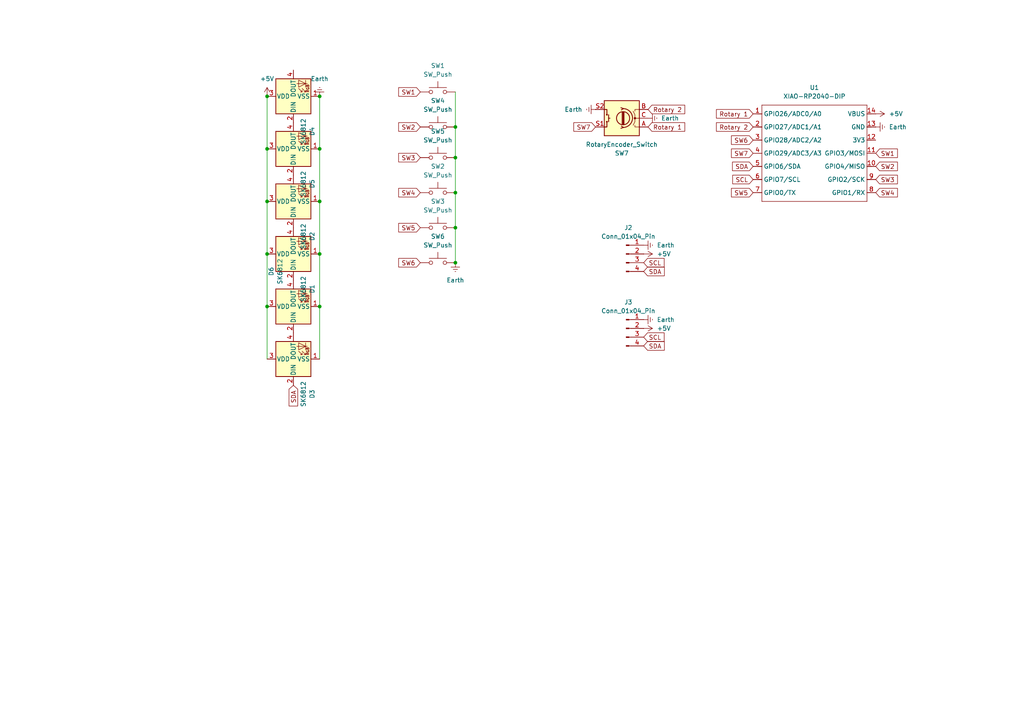
<source format=kicad_sch>
(kicad_sch (version 20250114) (generator "eeschema") (generator_version "9.0")
  (paper "A4")
  (lib_symbols
    (symbol "Connector:Conn_01x04_Pin" (pin_names (offset 1.016) (hide yes))
      (property "Reference" "J" (at 0 5.08 0))
      (property "Value" "Conn_01x04_Pin" (at 0 -7.62 0))
      (symbol "Conn_01x04_Pin_1_1"
        (rectangle (start 0.8636 2.667) (end 0 2.413) (stroke (width 0.1524)) (fill (type outline)))
        (rectangle (start 0.8636 0.127) (end 0 -0.127) (stroke (width 0.1524)) (fill (type outline)))
        (rectangle (start 0.8636 -2.413) (end 0 -2.667) (stroke (width 0.1524)) (fill (type outline)))
        (rectangle (start 0.8636 -4.953) (end 0 -5.207) (stroke (width 0.1524)) (fill (type outline)))
        (polyline (pts (xy 1.27 2.54) (xy 0.8636 2.54)) (stroke (width 0.1524)))
        (polyline (pts (xy 1.27 0) (xy 0.8636 0)) (stroke (width 0.1524)))
        (polyline (pts (xy 1.27 -2.54) (xy 0.8636 -2.54)) (stroke (width 0.1524)))
        (polyline (pts (xy 1.27 -5.08) (xy 0.8636 -5.08)) (stroke (width 0.1524)))
        (pin passive line (at 5.08 2.54 180) (length 3.81) (name "Pin_1") (number "1"))
        (pin passive line (at 5.08 0 180) (length 3.81) (name "Pin_2") (number "2"))
        (pin passive line (at 5.08 -2.54 180) (length 3.81) (name "Pin_3") (number "3"))
        (pin passive line (at 5.08 -5.08 180) (length 3.81) (name "Pin_4") (number "4"))
      )
    )
    (symbol "Device:RotaryEncoder_Switch" (pin_names (offset 0.254) (hide yes))
      (property "Reference" "SW" (at 0 6.604 0))
      (property "Value" "RotaryEncoder_Switch" (at 0 -6.604 0))
      (symbol "RotaryEncoder_Switch_0_1"
        (rectangle (start -5.08 5.08) (end 5.08 -5.08) (stroke (width 0.254)) (fill (type background)))
        (polyline (pts (xy -5.08 2.54) (xy -3.81 2.54) (xy -3.81 2.032)))
        (polyline (pts (xy -5.08 0) (xy -3.81 0) (xy -3.81 -1.016) (xy -3.302 -2.032)))
        (polyline (pts (xy -5.08 -2.54) (xy -3.81 -2.54) (xy -3.81 -2.032)))
        (polyline (pts (xy -4.318 0) (xy -3.81 0) (xy -3.81 1.016) (xy -3.302 2.032)))
        (circle (center -3.81 0) (radius 0.254) (fill (type outline)))
        (polyline (pts (xy -0.635 -1.778) (xy -0.635 1.778)) (stroke (width 0.254)))
        (circle (center -0.381 0) (radius 1.905) (stroke (width 0.254)))
        (polyline (pts (xy -0.381 -1.778) (xy -0.381 1.778)) (stroke (width 0.254)))
        (arc (start -0.381 -2.794) (mid -3.0988 -0.0635) (end -0.381 2.667) (stroke (width 0.254)))
        (polyline (pts (xy -0.127 1.778) (xy -0.127 -1.778)) (stroke (width 0.254)))
        (polyline (pts (xy 0.254 2.921) (xy -0.508 2.667) (xy 0.127 2.286)) (stroke (width 0.254)))
        (polyline (pts (xy 0.254 -3.048) (xy -0.508 -2.794) (xy 0.127 -2.413)) (stroke (width 0.254)))
        (polyline (pts (xy 3.81 1.016) (xy 3.81 -1.016)) (stroke (width 0.254)))
        (polyline (pts (xy 3.81 0) (xy 3.429 0)) (stroke (width 0.254)))
        (circle (center 4.318 1.016) (radius 0.127) (stroke (width 0.254)))
        (circle (center 4.318 -1.016) (radius 0.127) (stroke (width 0.254)))
        (polyline (pts (xy 5.08 2.54) (xy 4.318 2.54) (xy 4.318 1.016)) (stroke (width 0.254)))
        (polyline (pts (xy 5.08 -2.54) (xy 4.318 -2.54) (xy 4.318 -1.016)) (stroke (width 0.254)))
      )
      (symbol "RotaryEncoder_Switch_1_1"
        (pin passive line (at -7.62 2.54 0) (length 2.54) (name "A") (number "A"))
        (pin passive line (at -7.62 0 0) (length 2.54) (name "C") (number "C"))
        (pin passive line (at -7.62 -2.54 0) (length 2.54) (name "B") (number "B"))
        (pin passive line (at 7.62 2.54 180) (length 2.54) (name "S1") (number "S1"))
        (pin passive line (at 7.62 -2.54 180) (length 2.54) (name "S2") (number "S2"))
      )
    )
    (symbol "LED:SK6812" (pin_names (offset 0.254))
      (property "Reference" "D" (at 5.08 5.715 0))
      (property "Value" "SK6812" (at 1.27 -5.715 0))
      (symbol "SK6812_0_0"
        (text "RGB" (at 2.286 -4.191 0) (effects (font (size 0.762 0.762))))
      )
      (symbol "SK6812_0_1"
        (polyline (pts (xy 1.27 -2.54) (xy 1.778 -2.54)))
        (polyline (pts (xy 1.27 -3.556) (xy 1.778 -3.556)))
        (polyline (pts (xy 2.286 -1.524) (xy 1.27 -2.54) (xy 1.27 -2.032)))
        (polyline (pts (xy 2.286 -2.54) (xy 1.27 -3.556) (xy 1.27 -3.048)))
        (polyline (pts (xy 3.683 -1.016) (xy 3.683 -3.556) (xy 3.683 -4.064)))
        (polyline (pts (xy 4.699 -1.524) (xy 2.667 -1.524) (xy 3.683 -3.556) (xy 4.699 -1.524)))
        (polyline (pts (xy 4.699 -3.556) (xy 2.667 -3.556)))
        (rectangle (start 5.08 5.08) (end -5.08 -5.08) (stroke (width 0.254)) (fill (type background)))
      )
      (symbol "SK6812_1_1"
        (pin input line (at -7.62 0 0) (length 2.54) (name "DIN") (number "2"))
        (pin power_in line (at 0 7.62 270) (length 2.54) (name "VDD") (number "3"))
        (pin power_in line (at 0 -7.62 90) (length 2.54) (name "VSS") (number "1"))
        (pin output line (at 7.62 0 180) (length 2.54) (name "DOUT") (number "4"))
      )
    )
    (symbol "OPL:XIAO-RP2040-DIP"
      (property "Reference" "U" (at 0 0 0))
      (property "Value" "XIAO-RP2040-DIP" (at 5.334 -1.778 0))
      (symbol "XIAO-RP2040-DIP_1_0"
        (polyline (pts (xy -1.27 -2.54) (xy 29.21 -2.54)) (stroke (width 0.1524)))
        (polyline (pts (xy -1.27 -5.08) (xy -2.54 -5.08)) (stroke (width 0.1524)))
        (polyline (pts (xy -1.27 -5.08) (xy -1.27 -2.54)) (stroke (width 0.1524)))
        (polyline (pts (xy -1.27 -8.89) (xy -2.54 -8.89)) (stroke (width 0.1524)))
        (polyline (pts (xy -1.27 -8.89) (xy -1.27 -5.08)) (stroke (width 0.1524)))
        (polyline (pts (xy -1.27 -12.7) (xy -2.54 -12.7)) (stroke (width 0.1524)))
        (polyline (pts (xy -1.27 -12.7) (xy -1.27 -8.89)) (stroke (width 0.1524)))
        (polyline (pts (xy -1.27 -16.51) (xy -2.54 -16.51)) (stroke (width 0.1524)))
        (polyline (pts (xy -1.27 -16.51) (xy -1.27 -12.7)) (stroke (width 0.1524)))
        (polyline (pts (xy -1.27 -20.32) (xy -2.54 -20.32)) (stroke (width 0.1524)))
        (polyline (pts (xy -1.27 -24.13) (xy -2.54 -24.13)) (stroke (width 0.1524)))
        (polyline (pts (xy -1.27 -27.94) (xy -2.54 -27.94)) (stroke (width 0.1524)))
        (polyline (pts (xy -1.27 -30.48) (xy -1.27 -16.51)) (stroke (width 0.1524)))
        (polyline (pts (xy 29.21 -2.54) (xy 29.21 -5.08)) (stroke (width 0.1524)))
        (polyline (pts (xy 29.21 -5.08) (xy 29.21 -8.89)) (stroke (width 0.1524)))
        (polyline (pts (xy 29.21 -8.89) (xy 29.21 -12.7)) (stroke (width 0.1524)))
        (polyline (pts (xy 29.21 -12.7) (xy 29.21 -30.48)) (stroke (width 0.1524)))
        (polyline (pts (xy 29.21 -30.48) (xy -1.27 -30.48)) (stroke (width 0.1524)))
        (polyline (pts (xy 30.48 -5.08) (xy 29.21 -5.08)) (stroke (width 0.1524)))
        (polyline (pts (xy 30.48 -8.89) (xy 29.21 -8.89)) (stroke (width 0.1524)))
        (polyline (pts (xy 30.48 -12.7) (xy 29.21 -12.7)) (stroke (width 0.1524)))
        (polyline (pts (xy 30.48 -16.51) (xy 29.21 -16.51)) (stroke (width 0.1524)))
        (polyline (pts (xy 30.48 -20.32) (xy 29.21 -20.32)) (stroke (width 0.1524)))
        (polyline (pts (xy 30.48 -24.13) (xy 29.21 -24.13)) (stroke (width 0.1524)))
        (polyline (pts (xy 30.48 -27.94) (xy 29.21 -27.94)) (stroke (width 0.1524)))
        (pin passive line (at -3.81 -5.08 0) (length 2.54) (name "GPIO26/ADC0/A0") (number "1"))
        (pin passive line (at -3.81 -8.89 0) (length 2.54) (name "GPIO27/ADC1/A1") (number "2"))
        (pin passive line (at -3.81 -12.7 0) (length 2.54) (name "GPIO28/ADC2/A2") (number "3"))
        (pin passive line (at -3.81 -16.51 0) (length 2.54) (name "GPIO29/ADC3/A3") (number "4"))
        (pin passive line (at -3.81 -20.32 0) (length 2.54) (name "GPIO6/SDA") (number "5"))
        (pin passive line (at -3.81 -24.13 0) (length 2.54) (name "GPIO7/SCL") (number "6"))
        (pin passive line (at -3.81 -27.94 0) (length 2.54) (name "GPIO0/TX") (number "7"))
        (pin passive line (at 31.75 -5.08 180) (length 2.54) (name "VBUS") (number "14"))
        (pin passive line (at 31.75 -8.89 180) (length 2.54) (name "GND") (number "13"))
        (pin passive line (at 31.75 -12.7 180) (length 2.54) (name "3V3") (number "12"))
        (pin passive line (at 31.75 -16.51 180) (length 2.54) (name "GPIO3/MOSI") (number "11"))
        (pin passive line (at 31.75 -20.32 180) (length 2.54) (name "GPIO4/MISO") (number "10"))
        (pin passive line (at 31.75 -24.13 180) (length 2.54) (name "GPIO2/SCK") (number "9"))
        (pin passive line (at 31.75 -27.94 180) (length 2.54) (name "GPIO1/RX") (number "8"))
      )
    )
    (symbol "Switch:SW_Push" (pin_numbers (hide yes)) (pin_names (offset 1.016) (hide yes))
      (property "Reference" "SW" (at 1.27 2.54 0))
      (property "Value" "SW_Push" (at 0 -1.524 0))
      (symbol "SW_Push_0_1"
        (circle (center -2.032 0) (radius 0.508))
        (polyline (pts (xy 0 1.27) (xy 0 3.048)))
        (circle (center 2.032 0) (radius 0.508))
        (polyline (pts (xy 2.54 1.27) (xy -2.54 1.27)))
        (pin passive line (at -5.08 0 0) (length 2.54) (name "1") (number "1"))
        (pin passive line (at 5.08 0 180) (length 2.54) (name "2") (number "2"))
      )
    )
    (symbol "power:+5V" (power) (pin_numbers (hide yes)) (pin_names (offset 0) (hide yes))
      (property "Value" "+5V" (at 0 3.556 0))
      (symbol "+5V_0_1"
        (polyline (pts (xy -0.762 1.27) (xy 0 2.54)))
        (polyline (pts (xy 0 2.54) (xy 0.762 1.27)))
        (polyline (pts (xy 0 0) (xy 0 2.54)))
      )
      (symbol "+5V_1_1"
        (pin power_in line (at 0 0 90) (length 0) (name "~") (number "1"))
      )
    )
    (symbol "power:Earth" (power) (pin_numbers (hide yes)) (pin_names (offset 0) (hide yes))
      (property "Value" "Earth" (at 0 -3.81 0))
      (symbol "Earth_0_1"
        (polyline (pts (xy -0.635 -1.905) (xy 0.635 -1.905)))
        (polyline (pts (xy -0.127 -2.54) (xy 0.127 -2.54)))
        (polyline (pts (xy 0 -1.27) (xy 0 0)))
        (polyline (pts (xy 1.27 -1.27) (xy -1.27 -1.27)))
      )
      (symbol "Earth_1_1"
        (pin power_in line (at 0 0 270) (length 0) (name "~") (number "1"))
      )
    )
  )
  (junction (at 132.08 45.72))
  (junction (at 92.71 58.42))
  (junction (at 92.71 73.66))
  (junction (at 77.47 58.42))
  (junction (at 92.71 43.18))
  (junction (at 132.08 76.2))
  (junction (at 132.08 66.04))
  (junction (at 77.47 27.94))
  (junction (at 92.71 27.94))
  (junction (at 132.08 36.83))
  (junction (at 132.08 55.88))
  (junction (at 77.47 88.9))
  (junction (at 77.47 43.18))
  (junction (at 92.71 88.9))
  (junction (at 77.47 73.66))
  (wire (pts (xy 77.47 88.9) (xy 77.47 104.14)))
  (wire (pts (xy 92.71 88.9) (xy 92.71 104.14)))
  (wire (pts (xy 92.71 73.66) (xy 92.71 88.9)))
  (wire (pts (xy 132.08 26.67) (xy 132.08 36.83)))
  (wire (pts (xy 77.47 58.42) (xy 77.47 73.66)))
  (wire (pts (xy 92.71 43.18) (xy 92.71 58.42)))
  (wire (pts (xy 92.71 58.42) (xy 92.71 73.66)))
  (wire (pts (xy 77.47 27.94) (xy 77.47 43.18)))
  (wire (pts (xy 77.47 73.66) (xy 77.47 88.9)))
  (wire (pts (xy 77.47 43.18) (xy 77.47 58.42)))
  (wire (pts (xy 132.08 55.88) (xy 132.08 66.04)))
  (wire (pts (xy 132.08 45.72) (xy 132.08 55.88)))
  (wire (pts (xy 132.08 36.83) (xy 132.08 45.72)))
  (wire (pts (xy 132.08 66.04) (xy 132.08 76.2)))
  (wire (pts (xy 92.71 27.94) (xy 92.71 43.18)))
  (global_label "SW3" (shape input) (at 254 52.07 0) (property "Intersheetrefs" "${INTERSHEET_REFS}" (effects (hide yes))))
  (global_label "Rotary 2" (shape input) (at 187.96 31.75 0) (property "Intersheetrefs" "${INTERSHEET_REFS}" (effects (hide yes))))
  (global_label "SCL" (shape input) (at 186.69 76.2 0) (property "Intersheetrefs" "${INTERSHEET_REFS}" (effects (hide yes))))
  (global_label "SW1" (shape input) (at 121.92 26.67 180) (property "Intersheetrefs" "${INTERSHEET_REFS}" (effects (hide yes))))
  (global_label "SDA" (shape input) (at 186.69 78.74 0) (property "Intersheetrefs" "${INTERSHEET_REFS}" (effects (hide yes))))
  (global_label "SW5" (shape input) (at 218.44 55.88 180) (property "Intersheetrefs" "${INTERSHEET_REFS}" (effects (hide yes))))
  (global_label "SCL" (shape input) (at 218.44 52.07 180) (property "Intersheetrefs" "${INTERSHEET_REFS}" (effects (hide yes))))
  (global_label "SDA" (shape input) (at 218.44 48.26 180) (property "Intersheetrefs" "${INTERSHEET_REFS}" (effects (hide yes))))
  (global_label "SW7" (shape input) (at 218.44 44.45 180) (property "Intersheetrefs" "${INTERSHEET_REFS}" (effects (hide yes))))
  (global_label "SW6" (shape input) (at 121.92 76.2 180) (property "Intersheetrefs" "${INTERSHEET_REFS}" (effects (hide yes))))
  (global_label "SW1" (shape input) (at 254 44.45 0) (property "Intersheetrefs" "${INTERSHEET_REFS}" (effects (hide yes))))
  (global_label "SDA" (shape input) (at 85.09 111.76 270) (property "Intersheetrefs" "${INTERSHEET_REFS}" (effects (hide yes))))
  (global_label "SW4" (shape input) (at 254 55.88 0) (property "Intersheetrefs" "${INTERSHEET_REFS}" (effects (hide yes))))
  (global_label "SW3" (shape input) (at 121.92 45.72 180) (property "Intersheetrefs" "${INTERSHEET_REFS}" (effects (hide yes))))
  (global_label "Rotary 1" (shape input) (at 187.96 36.83 0) (property "Intersheetrefs" "${INTERSHEET_REFS}" (effects (hide yes))))
  (global_label "SW5" (shape input) (at 121.92 66.04 180) (property "Intersheetrefs" "${INTERSHEET_REFS}" (effects (hide yes))))
  (global_label "SW7" (shape input) (at 172.72 36.83 180) (property "Intersheetrefs" "${INTERSHEET_REFS}" (effects (hide yes))))
  (global_label "Rotary 1" (shape input) (at 218.44 33.02 180) (property "Intersheetrefs" "${INTERSHEET_REFS}" (effects (hide yes))))
  (global_label "SW4" (shape input) (at 121.92 55.88 180) (property "Intersheetrefs" "${INTERSHEET_REFS}" (effects (hide yes))))
  (global_label "Rotary 2" (shape input) (at 218.44 36.83 180) (property "Intersheetrefs" "${INTERSHEET_REFS}" (effects (hide yes))))
  (global_label "SDA" (shape input) (at 186.69 100.33 0) (property "Intersheetrefs" "${INTERSHEET_REFS}" (effects (hide yes))))
  (global_label "SW2" (shape input) (at 254 48.26 0) (property "Intersheetrefs" "${INTERSHEET_REFS}" (effects (hide yes))))
  (global_label "SCL" (shape input) (at 186.69 97.79 0) (property "Intersheetrefs" "${INTERSHEET_REFS}" (effects (hide yes))))
  (global_label "SW6" (shape input) (at 218.44 40.64 180) (property "Intersheetrefs" "${INTERSHEET_REFS}" (effects (hide yes))))
  (global_label "SW2" (shape input) (at 121.92 36.83 180) (property "Intersheetrefs" "${INTERSHEET_REFS}" (effects (hide yes))))
  (symbol (lib_id "power:Earth") (at 172.72 31.75 270) (unit 1)
    (property "Reference" "#PWR06" (effects (hide yes)))
    (property "Value" "Earth" (at 168.91 31.7499 90) (effects (justify right)))
    (property "Description" "Power symbol creates a global label with name \"Earth\"" (effects (hide yes)))
  )
  (symbol (lib_id "power:+5V") (at 254 33.02 270) (unit 1)
    (property "Reference" "#PWR03" (effects (hide yes)))
    (property "Value" "+5V" (at 257.81 33.0199 90) (effects (justify left)))
    (property "Description" "Power symbol creates a global label with name \"+5V\"" (effects (hide yes)))
  )
  (symbol (lib_id "LED:SK6812") (at 85.09 27.94 90) (unit 1)
    (property "Reference" "D4" (at 90.5354 38.1 0))
    (property "Value" "SK6812" (at 87.9954 38.1 0))
    (property "Footprint" "LED_SMD:LED_SK6812_PLCC4_5.0x5.0mm_P3.2mm" (effects (hide yes)))
    (property "Datasheet" "https://cdn-shop.adafruit.com/product-files/1138/SK6812+LED+datasheet+.pdf" (effects (hide yes)))
    (property "Description" "RGB LED with integrated controller" (effects (hide yes)))
  )
  (symbol (lib_id "power:Earth") (at 186.69 92.71 90) (unit 1)
    (property "Reference" "#PWR010" (effects (hide yes)))
    (property "Value" "Earth" (at 190.5 92.7099 90) (effects (justify right)))
    (property "Description" "Power symbol creates a global label with name \"Earth\"" (effects (hide yes)))
  )
  (symbol (lib_id "power:Earth") (at 186.69 71.12 90) (unit 1)
    (property "Reference" "#PWR09" (effects (hide yes)))
    (property "Value" "Earth" (at 190.5 71.1199 90) (effects (justify right)))
    (property "Description" "Power symbol creates a global label with name \"Earth\"" (effects (hide yes)))
  )
  (symbol (lib_id "Connector:Conn_01x04_Pin") (at 181.61 95.25 0) (unit 1)
    (property "Reference" "J3" (at 182.245 87.63 0))
    (property "Value" "Conn_01x04_Pin" (at 182.245 90.17 0))
    (property "Footprint" "Connector:NS-Tech_Grove_1x04_P2mm_Vertical" (effects (hide yes)))
    (property "Description" "Generic connector, single row, 01x04, script generated" (effects (hide yes)))
  )
  (symbol (lib_id "Switch:SW_Push") (at 127 66.04 0) (unit 1)
    (property "Reference" "SW3" (at 127 58.42 0))
    (property "Value" "SW_Push" (at 127 60.96 0))
    (property "Footprint" "Button_Switch_Keyboard:SW_Cherry_MX_1.00u_PCB" (effects (hide yes)))
    (property "Description" "Push button switch, generic, two pins" (effects (hide yes)))
  )
  (symbol (lib_id "power:Earth") (at 254 36.83 90) (unit 1)
    (property "Reference" "#PWR02" (effects (hide yes)))
    (property "Value" "Earth" (at 257.81 36.8299 90) (effects (justify right)))
    (property "Description" "Power symbol creates a global label with name \"Earth\"" (effects (hide yes)))
  )
  (symbol (lib_id "power:Earth") (at 187.96 34.29 90) (unit 1)
    (property "Reference" "#PWR07" (effects (hide yes)))
    (property "Value" "Earth" (at 191.77 34.2901 90) (effects (justify right)))
    (property "Description" "Power symbol creates a global label with name \"Earth\"" (effects (hide yes)))
  )
  (symbol (lib_id "Switch:SW_Push") (at 127 45.72 0) (unit 1)
    (property "Reference" "SW5" (at 127 38.1 0))
    (property "Value" "SW_Push" (at 127 40.64 0))
    (property "Footprint" "Button_Switch_Keyboard:SW_Cherry_MX_1.00u_PCB" (effects (hide yes)))
    (property "Description" "Push button switch, generic, two pins" (effects (hide yes)))
  )
  (symbol (lib_id "power:+5V") (at 186.69 73.66 270) (unit 1)
    (property "Reference" "#PWR08" (effects (hide yes)))
    (property "Value" "+5V" (at 190.5 73.6599 90) (effects (justify left)))
    (property "Description" "Power symbol creates a global label with name \"+5V\"" (effects (hide yes)))
  )
  (symbol (lib_id "LED:SK6812") (at 85.09 58.42 90) (unit 1)
    (property "Reference" "D2" (at 90.5354 68.58 0))
    (property "Value" "SK6812" (at 87.9954 68.58 0))
    (property "Footprint" "LED_SMD:LED_SK6812_PLCC4_5.0x5.0mm_P3.2mm" (effects (hide yes)))
    (property "Datasheet" "https://cdn-shop.adafruit.com/product-files/1138/SK6812+LED+datasheet+.pdf" (effects (hide yes)))
    (property "Description" "RGB LED with integrated controller" (effects (hide yes)))
  )
  (symbol (lib_id "power:+5V") (at 77.47 27.94 0) (unit 1)
    (property "Reference" "#PWR04" (effects (hide yes)))
    (property "Value" "+5V" (at 77.47 22.86 0))
    (property "Description" "Power symbol creates a global label with name \"+5V\"" (effects (hide yes)))
  )
  (symbol (lib_id "Device:RotaryEncoder_Switch") (at 180.34 34.29 180) (unit 1)
    (property "Reference" "SW7" (at 180.34 44.45 0))
    (property "Value" "RotaryEncoder_Switch" (at 180.34 41.91 0))
    (property "Footprint" "Rotary_Encoder:RotaryEncoder_Alps_EC11E-Switch_Vertical_H20mm" (effects (hide yes)))
    (property "Description" "Rotary encoder, dual channel, incremental quadrate outputs, with switch" (effects (hide yes)))
  )
  (symbol (lib_id "Switch:SW_Push") (at 127 76.2 0) (unit 1)
    (property "Reference" "SW6" (at 127 68.58 0))
    (property "Value" "SW_Push" (at 127 71.12 0))
    (property "Footprint" "Button_Switch_Keyboard:SW_Cherry_MX_1.00u_PCB" (effects (hide yes)))
    (property "Description" "Push button switch, generic, two pins" (effects (hide yes)))
  )
  (symbol (lib_id "OPL:XIAO-RP2040-DIP") (at 222.25 27.94 0) (unit 1)
    (property "Reference" "U1" (at 236.22 25.4 0))
    (property "Value" "XIAO-RP2040-DIP" (at 236.22 27.94 0))
    (property "Footprint" "OPL:XIAO-RP2040-DIP" (effects (hide yes)))
  )
  (symbol (lib_id "power:Earth") (at 132.08 76.2 0) (unit 1)
    (property "Reference" "#PWR01" (effects (hide yes)))
    (property "Value" "Earth" (at 132.08 81.28 0))
    (property "Description" "Power symbol creates a global label with name \"Earth\"" (effects (hide yes)))
  )
  (symbol (lib_id "power:Earth") (at 92.71 27.94 180) (unit 1)
    (property "Reference" "#PWR05" (effects (hide yes)))
    (property "Value" "Earth" (at 92.71 22.86 0))
    (property "Description" "Power symbol creates a global label with name \"Earth\"" (effects (hide yes)))
  )
  (symbol (lib_id "Connector:Conn_01x04_Pin") (at 181.61 73.66 0) (unit 1)
    (property "Reference" "J2" (at 182.245 66.04 0))
    (property "Value" "Conn_01x04_Pin" (at 182.245 68.58 0))
    (property "Footprint" "Connector:NS-Tech_Grove_1x04_P2mm_Vertical" (effects (hide yes)))
    (property "Description" "Generic connector, single row, 01x04, script generated" (effects (hide yes)))
  )
  (symbol (lib_id "Switch:SW_Push") (at 127 36.83 0) (unit 1)
    (property "Reference" "SW4" (at 127 29.21 0))
    (property "Value" "SW_Push" (at 127 31.75 0))
    (property "Footprint" "Button_Switch_Keyboard:SW_Cherry_MX_1.00u_PCB" (effects (hide yes)))
    (property "Description" "Push button switch, generic, two pins" (effects (hide yes)))
  )
  (symbol (lib_id "LED:SK6812") (at 85.09 73.66 90) (unit 1)
    (property "Reference" "D1" (at 90.5354 83.82 0))
    (property "Value" "SK6812" (at 87.9954 83.82 0))
    (property "Footprint" "LED_SMD:LED_SK6812_PLCC4_5.0x5.0mm_P3.2mm" (effects (hide yes)))
    (property "Datasheet" "https://cdn-shop.adafruit.com/product-files/1138/SK6812+LED+datasheet+.pdf" (effects (hide yes)))
    (property "Description" "RGB LED with integrated controller" (effects (hide yes)))
  )
  (symbol (lib_id "power:+5V") (at 186.69 95.25 270) (unit 1)
    (property "Reference" "#PWR011" (effects (hide yes)))
    (property "Value" "+5V" (at 190.5 95.2499 90) (effects (justify left)))
    (property "Description" "Power symbol creates a global label with name \"+5V\"" (effects (hide yes)))
  )
  (symbol (lib_id "LED:SK6812") (at 85.09 43.18 90) (unit 1)
    (property "Reference" "D5" (at 90.5354 53.34 0))
    (property "Value" "SK6812" (at 87.9954 53.34 0))
    (property "Footprint" "LED_SMD:LED_SK6812_PLCC4_5.0x5.0mm_P3.2mm" (effects (hide yes)))
    (property "Datasheet" "https://cdn-shop.adafruit.com/product-files/1138/SK6812+LED+datasheet+.pdf" (effects (hide yes)))
    (property "Description" "RGB LED with integrated controller" (effects (hide yes)))
  )
  (symbol (lib_id "Switch:SW_Push") (at 127 55.88 0) (unit 1)
    (property "Reference" "SW2" (at 127 48.26 0))
    (property "Value" "SW_Push" (at 127 50.8 0))
    (property "Footprint" "Button_Switch_Keyboard:SW_Cherry_MX_1.00u_PCB" (effects (hide yes)))
    (property "Description" "Push button switch, generic, two pins" (effects (hide yes)))
  )
  (symbol (lib_id "Switch:SW_Push") (at 127 26.67 0) (unit 1)
    (property "Reference" "SW1" (at 127 19.05 0))
    (property "Value" "SW_Push" (at 127 21.59 0))
    (property "Footprint" "Button_Switch_Keyboard:SW_Cherry_MX_1.00u_PCB" (effects (hide yes)))
    (property "Description" "Push button switch, generic, two pins" (effects (hide yes)))
  )
  (symbol (lib_id "LED:SK6812") (at 85.09 104.14 90) (unit 1)
    (property "Reference" "D3" (at 90.5354 114.3 0))
    (property "Value" "SK6812" (at 87.9954 114.3 0))
    (property "Footprint" "LED_SMD:LED_SK6812_PLCC4_5.0x5.0mm_P3.2mm" (effects (hide yes)))
    (property "Datasheet" "https://cdn-shop.adafruit.com/product-files/1138/SK6812+LED+datasheet+.pdf" (effects (hide yes)))
    (property "Description" "RGB LED with integrated controller" (effects (hide yes)))
  )
  (symbol (lib_id "LED:SK6812") (at 85.09 88.9 90) (unit 1)
    (property "Reference" "D6" (at 78.6698 78.74 0))
    (property "Value" "SK6812" (at 81.2098 78.74 0))
    (property "Footprint" "LED_SMD:LED_SK6812_PLCC4_5.0x5.0mm_P3.2mm" (effects (hide yes)))
    (property "Datasheet" "https://cdn-shop.adafruit.com/product-files/1138/SK6812+LED+datasheet+.pdf" (effects (hide yes)))
    (property "Description" "RGB LED with integrated controller" (effects (hide yes)))
  )
)
</source>
